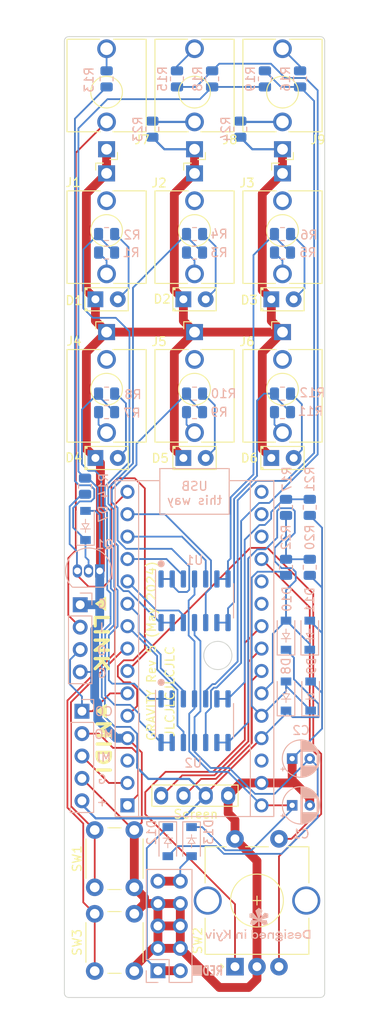
<source format=kicad_pcb>
(kicad_pcb (version 20221018) (generator pcbnew)

  (general
    (thickness 1.6)
  )

  (paper "A4")
  (layers
    (0 "F.Cu" signal)
    (31 "B.Cu" signal)
    (32 "B.Adhes" user "B.Adhesive")
    (33 "F.Adhes" user "F.Adhesive")
    (34 "B.Paste" user)
    (35 "F.Paste" user)
    (36 "B.SilkS" user "B.Silkscreen")
    (37 "F.SilkS" user "F.Silkscreen")
    (38 "B.Mask" user)
    (39 "F.Mask" user)
    (40 "Dwgs.User" user "User.Drawings")
    (41 "Cmts.User" user "User.Comments")
    (42 "Eco1.User" user "User.Eco1")
    (43 "Eco2.User" user "User.Eco2")
    (44 "Edge.Cuts" user)
    (45 "Margin" user)
    (46 "B.CrtYd" user "B.Courtyard")
    (47 "F.CrtYd" user "F.Courtyard")
    (48 "B.Fab" user)
    (49 "F.Fab" user)
    (50 "User.1" user)
    (51 "User.2" user)
    (52 "User.3" user)
    (53 "User.4" user)
    (54 "User.5" user)
    (55 "User.6" user)
    (56 "User.7" user)
    (57 "User.8" user)
    (58 "User.9" user)
  )

  (setup
    (stackup
      (layer "F.SilkS" (type "Top Silk Screen"))
      (layer "F.Paste" (type "Top Solder Paste"))
      (layer "F.Mask" (type "Top Solder Mask") (thickness 0.01))
      (layer "F.Cu" (type "copper") (thickness 0.035))
      (layer "dielectric 1" (type "core") (thickness 1.51) (material "FR4") (epsilon_r 4.5) (loss_tangent 0.02))
      (layer "B.Cu" (type "copper") (thickness 0.035))
      (layer "B.Mask" (type "Bottom Solder Mask") (thickness 0.01))
      (layer "B.Paste" (type "Bottom Solder Paste"))
      (layer "B.SilkS" (type "Bottom Silk Screen"))
      (copper_finish "None")
      (dielectric_constraints no)
    )
    (pad_to_mask_clearance 0)
    (aux_axis_origin 100 40)
    (pcbplotparams
      (layerselection 0x00010fc_ffffffff)
      (plot_on_all_layers_selection 0x0000000_00000000)
      (disableapertmacros false)
      (usegerberextensions false)
      (usegerberattributes true)
      (usegerberadvancedattributes true)
      (creategerberjobfile true)
      (dashed_line_dash_ratio 12.000000)
      (dashed_line_gap_ratio 3.000000)
      (svgprecision 6)
      (plotframeref false)
      (viasonmask false)
      (mode 1)
      (useauxorigin false)
      (hpglpennumber 1)
      (hpglpenspeed 20)
      (hpglpendiameter 15.000000)
      (dxfpolygonmode true)
      (dxfimperialunits true)
      (dxfusepcbnewfont true)
      (psnegative false)
      (psa4output false)
      (plotreference true)
      (plotvalue true)
      (plotinvisibletext false)
      (sketchpadsonfab false)
      (subtractmaskfromsilk false)
      (outputformat 1)
      (mirror false)
      (drillshape 0)
      (scaleselection 1)
      (outputdirectory "REV5 Exports/")
    )
  )

  (net 0 "")
  (net 1 "Serial Out")
  (net 2 "Serial In")
  (net 3 "unconnected-(A1-Pad3)")
  (net 4 "GND")
  (net 5 "DIGITAL INPUT")
  (net 6 "ENC_D2")
  (net 7 "ENC_D1")
  (net 8 "Channel 1")
  (net 9 "Channel 3")
  (net 10 "Channel 4")
  (net 11 "Channel 6")
  (net 12 "START STOP BTN")
  (net 13 "SHIFT BTN")
  (net 14 "24ppqn OUT")
  (net 15 "unconnected-(A1-Pad17)")
  (net 16 "unconnected-(A1-Pad18)")
  (net 17 "unconnected-(A1-Pad20)")
  (net 18 "unconnected-(A1-Pad21)")
  (net 19 "ENC_BTN")
  (net 20 "I2C SDA")
  (net 21 "I2C SCL")
  (net 22 "+5V")
  (net 23 "unconnected-(A1-Pad28)")
  (net 24 "+12V")
  (net 25 "Net-(D1-Pad2)")
  (net 26 "Net-(D2-Pad2)")
  (net 27 "Net-(D3-Pad2)")
  (net 28 "Net-(D4-Pad2)")
  (net 29 "Net-(D5-Pad2)")
  (net 30 "Net-(D6-Pad2)")
  (net 31 "Net-(D7-Pad1)")
  (net 32 "Net-(J1-PadT)")
  (net 33 "unconnected-(J1-PadTN)")
  (net 34 "Net-(J2-PadT)")
  (net 35 "unconnected-(J2-PadTN)")
  (net 36 "Net-(J3-PadT)")
  (net 37 "unconnected-(J3-PadTN)")
  (net 38 "Net-(J4-PadT)")
  (net 39 "unconnected-(J4-PadTN)")
  (net 40 "Net-(J5-PadT)")
  (net 41 "unconnected-(J5-PadTN)")
  (net 42 "Net-(J6-PadT)")
  (net 43 "unconnected-(J6-PadTN)")
  (net 44 "Net-(J7-PadT)")
  (net 45 "DIGITAL INPUT PIN")
  (net 46 "Net-(J8-PadT)")
  (net 47 "Net-(J8-PadTN)")
  (net 48 "Net-(J9-PadT)")
  (net 49 "Net-(J9-PadTN)")
  (net 50 "CV2 INPUT")
  (net 51 "-12V")
  (net 52 "CV1 INPUT")
  (net 53 "unconnected-(A1-Pad16)")
  (net 54 "Net-(D12-Pad1)")
  (net 55 "Net-(D13-Pad2)")
  (net 56 "Net-(R1-Pad1)")
  (net 57 "Net-(R3-Pad1)")
  (net 58 "Net-(R5-Pad1)")
  (net 59 "Net-(R7-Pad1)")
  (net 60 "Net-(R10-Pad2)")
  (net 61 "Net-(R11-Pad1)")
  (net 62 "Net-(R17-Pad2)")
  (net 63 "Net-(R15-Pad2)")
  (net 64 "Net-(R16-Pad2)")
  (net 65 "Net-(R20-Pad1)")
  (net 66 "Channel 2")
  (net 67 "Channel 5")

  (footprint "gtoe:thonkiconn" (layer "F.Cu") (at 124.8 46.3 180))

  (footprint "gtoe:button" (layer "F.Cu") (at 105.7 142.75 90))

  (footprint "gtoe:FlatTopLed" (layer "F.Cu") (at 114.8 87.8))

  (footprint "gtoe:thonkiconn" (layer "F.Cu") (at 114.8 62))

  (footprint "gtoe:thonkiconn" (layer "F.Cu") (at 114.8 80))

  (footprint "gtoe:FlatTopLed" (layer "F.Cu") (at 104.8 87.8))

  (footprint "gtoe:FlatTopLed" (layer "F.Cu") (at 124.8 69.8))

  (footprint "gtoe:I2C SSD1306" (layer "F.Cu") (at 114.95 115.8 180))

  (footprint "gtoe:thonkiconn" (layer "F.Cu") (at 124.8 62))

  (footprint "gtoe:FlatTopLed" (layer "F.Cu") (at 114.8 69.8))

  (footprint "gtoe:SwitchEncoder" (layer "F.Cu") (at 121.9 138 90))

  (footprint "gtoe:thonkiconn" (layer "F.Cu") (at 114.8 46.3 180))

  (footprint "gtoe:thonkiconn" (layer "F.Cu") (at 124.8 80))

  (footprint "gtoe:thonkiconn" (layer "F.Cu") (at 104.8 62))

  (footprint "gtoe:FlatTopLed" (layer "F.Cu") (at 124.8 87.8))

  (footprint "gtoe:FlatTopLed" (layer "F.Cu") (at 104.8 69.8))

  (footprint "gtoe:thonkiconn" (layer "F.Cu") (at 104.8 80))

  (footprint "gtoe:thonkiconn" (layer "F.Cu") (at 104.8 46.3 180))

  (footprint "gtoe:button" (layer "F.Cu") (at 105.7 133.25 90))

  (footprint "Diode_SMD:D_SOD-123" (layer "B.Cu") (at 114.46 131.318 -90))

  (footprint "Resistor_SMD:R_0805_2012Metric" (layer "B.Cu") (at 120 50.5 -90))

  (footprint "Resistor_SMD:R_0805_2012Metric" (layer "B.Cu") (at 122.8 44.8 -90))

  (footprint "Capacitor_THT:CP_Radial_D4.0mm_P2.00mm" (layer "B.Cu") (at 125.9 127.2))

  (footprint "Diode_SMD:D_SOD-123" (layer "B.Cu") (at 128 114.8 90))

  (footprint "Diode_SMD:D_SOD-123" (layer "B.Cu") (at 127.9 107.9 90))

  (footprint "Resistor_SMD:R_0805_2012Metric" (layer "B.Cu") (at 114.8 82.6 180))

  (footprint "Diode_SMD:D_SOD-123" (layer "B.Cu") (at 111.76 131.318 -90))

  (footprint "Resistor_SMD:R_0805_2012Metric" (layer "B.Cu") (at 114.8 64.5 180))

  (footprint "Package_SO:SO-14_3.9x8.65mm_P1.27mm" (layer "B.Cu") (at 114.8 117.6 -90))

  (footprint "Connector_PinHeader_2.54mm:PinHeader_1x04_P2.54mm_Vertical" (layer "B.Cu") (at 101.8 104.45 180))

  (footprint "Resistor_SMD:R_0805_2012Metric" (layer "B.Cu") (at 110 50.5 -90))

  (footprint "gtoe:Arduino_Nano (adjusted courtyard)" (layer "B.Cu") (at 114.8 112))

  (footprint "Resistor_SMD:R_0805_2012Metric" (layer "B.Cu") (at 104.8 44.8 -90))

  (footprint "Resistor_SMD:R_0805_2012Metric" (layer "B.Cu") (at 104.8 82.6 180))

  (footprint "Resistor_SMD:R_0805_2012Metric" (layer "B.Cu") (at 124.8 80.5 180))

  (footprint "Resistor_SMD:R_0805_2012Metric" (layer "B.Cu") (at 114.8 80.5 180))

  (footprint "Resistor_SMD:R_0805_2012Metric" (layer "B.Cu")
    (tstamp 5d6e0119-03e3-4044-ab8d-f6cd0b4c00d4)
    (at 102.35 91 90)
    (descr "Resistor SMD 0805 (2012 Metric), square (rectangular) end terminal, IPC_7351 nominal, (Body size source: IPC-SM-782 page 72, https://www.pcb-3d.com/wordpr
... [289307 chars truncated]
</source>
